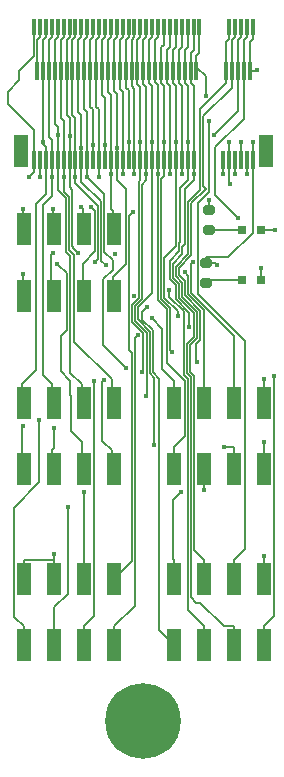
<source format=gbr>
%TF.GenerationSoftware,KiCad,Pcbnew,7.0.5*%
%TF.CreationDate,2023-08-28T16:34:51-05:00*%
%TF.ProjectId,Chimera_0003_Hydra,4368696d-6572-4615-9f30-3030335f4879,rev?*%
%TF.SameCoordinates,Original*%
%TF.FileFunction,Copper,L1,Top*%
%TF.FilePolarity,Positive*%
%FSLAX46Y46*%
G04 Gerber Fmt 4.6, Leading zero omitted, Abs format (unit mm)*
G04 Created by KiCad (PCBNEW 7.0.5) date 2023-08-28 16:34:51*
%MOMM*%
%LPD*%
G01*
G04 APERTURE LIST*
G04 Aperture macros list*
%AMRoundRect*
0 Rectangle with rounded corners*
0 $1 Rounding radius*
0 $2 $3 $4 $5 $6 $7 $8 $9 X,Y pos of 4 corners*
0 Add a 4 corners polygon primitive as box body*
4,1,4,$2,$3,$4,$5,$6,$7,$8,$9,$2,$3,0*
0 Add four circle primitives for the rounded corners*
1,1,$1+$1,$2,$3*
1,1,$1+$1,$4,$5*
1,1,$1+$1,$6,$7*
1,1,$1+$1,$8,$9*
0 Add four rect primitives between the rounded corners*
20,1,$1+$1,$2,$3,$4,$5,0*
20,1,$1+$1,$4,$5,$6,$7,0*
20,1,$1+$1,$6,$7,$8,$9,0*
20,1,$1+$1,$8,$9,$2,$3,0*%
G04 Aperture macros list end*
%TA.AperFunction,SMDPad,CuDef*%
%ADD10R,1.270003X2.800000*%
%TD*%
%TA.AperFunction,SMDPad,CuDef*%
%ADD11R,0.350000X1.450000*%
%TD*%
%TA.AperFunction,SMDPad,CuDef*%
%ADD12R,1.300000X2.800000*%
%TD*%
%TA.AperFunction,SMDPad,CuDef*%
%ADD13R,0.300000X1.550013*%
%TD*%
%TA.AperFunction,SMDPad,CuDef*%
%ADD14R,0.300000X1.524003*%
%TD*%
%TA.AperFunction,SMDPad,CuDef*%
%ADD15RoundRect,0.200000X-0.275000X0.200000X-0.275000X-0.200000X0.275000X-0.200000X0.275000X0.200000X0*%
%TD*%
%TA.AperFunction,SMDPad,CuDef*%
%ADD16R,0.800000X0.800000*%
%TD*%
%TA.AperFunction,ComponentPad*%
%ADD17C,3.600000*%
%TD*%
%TA.AperFunction,ConnectorPad*%
%ADD18C,6.400000*%
%TD*%
%TA.AperFunction,ViaPad*%
%ADD19C,0.450000*%
%TD*%
%TA.AperFunction,Conductor*%
%ADD20C,0.127000*%
%TD*%
G04 APERTURE END LIST*
D10*
%TO.P,X3,6,6*%
%TO.N,Net-(CN1-1-Pad67)*%
X107480011Y-122999796D03*
%TO.P,X3,5,5*%
%TO.N,Net-(CN1-20-Pad29)*%
X107480011Y-128600000D03*
%TO.P,X3,4,4*%
%TO.N,Net-(CN1-1-Pad69)*%
X104940005Y-122999796D03*
%TO.P,X3,3,3*%
%TO.N,Net-(CN1-20-Pad27)*%
X104940005Y-128600000D03*
%TO.P,X3,2,2*%
%TO.N,Net-(CN1-1-Pad71)*%
X102400000Y-122999796D03*
%TO.P,X3,1,1*%
%TO.N,Net-(CN1-20-Pad25)*%
X102400000Y-128600000D03*
%TO.P,X3,7,7*%
%TO.N,Net-(CN1-20-Pad31)*%
X110020016Y-128600000D03*
%TO.P,X3,8,8*%
%TO.N,Net-(CN1-1-Pad66)*%
X110020016Y-123005892D03*
%TD*%
%TO.P,X2,6,6*%
%TO.N,20*%
X120170003Y-137899898D03*
%TO.P,X2,5,5*%
%TO.N,Net-(CN1-20-Pad21)*%
X120170003Y-143500102D03*
%TO.P,X2,4,4*%
%TO.N,10*%
X117629997Y-137899898D03*
%TO.P,X2,3,3*%
%TO.N,Net-(CN1-1-Pad11)*%
X117629997Y-143500102D03*
%TO.P,X2,2,2*%
%TO.N,8*%
X115089992Y-137899898D03*
%TO.P,X2,1,1*%
%TO.N,Net-(CN1-1-Pad9)*%
X115089992Y-143500102D03*
%TO.P,X2,7,7*%
%TO.N,Net-(CN1-20-Pad23)*%
X122710008Y-143500102D03*
%TO.P,X2,8,8*%
%TO.N,Net-(CN1-1-Pad73)*%
X122710008Y-137905994D03*
%TD*%
D11*
%TO.P,U2,1,1*%
%TO.N,GND*%
X103250000Y-91175000D03*
%TO.P,U2,3,1*%
%TO.N,Net-(CN1-1-Pad74)*%
X103750000Y-91175000D03*
%TO.P,U2,5,1*%
%TO.N,Net-(CN1-1-Pad71)*%
X104250000Y-91175000D03*
%TO.P,U2,7,1*%
%TO.N,Net-(CN1-1-Pad69)*%
X104750000Y-91175000D03*
%TO.P,U2,9,1*%
%TO.N,Net-(CN1-1-Pad67)*%
X105250000Y-91175000D03*
%TO.P,U2,11,1*%
%TO.N,Net-(CN1-1-Pad66)*%
X105750000Y-91175000D03*
%TO.P,U2,13,13*%
%TO.N,Net-(CN1-20-Pad63)*%
X106250000Y-91175000D03*
%TO.P,U2,15,15*%
%TO.N,Net-(CN1-20-Pad61)*%
X106750000Y-91175000D03*
%TO.P,U2,17,17*%
%TO.N,Net-(CN1-20-Pad59)*%
X107250000Y-91175000D03*
%TO.P,U2,19,19*%
%TO.N,Net-(CN1-20-Pad57)*%
X107750000Y-91175000D03*
%TO.P,U2,21,20*%
%TO.N,Net-(CN1-20-Pad55)*%
X108250000Y-91175000D03*
%TO.P,U2,23,20*%
%TO.N,Net-(CN1-20-Pad53)*%
X108750000Y-91175000D03*
%TO.P,U2,25,20*%
%TO.N,Net-(CN1-20-Pad51)*%
X109250000Y-91175000D03*
%TO.P,U2,27,20*%
%TO.N,Net-(CN1-20-Pad49)*%
X109750000Y-91175000D03*
%TO.P,U2,29,20*%
%TO.N,Net-(CN1-20-Pad47)*%
X110250000Y-91175000D03*
%TO.P,U2,31,20*%
%TO.N,Net-(CN1-20-Pad45)*%
X110750000Y-91175000D03*
%TO.P,U2,33,20*%
%TO.N,Net-(CN1-20-Pad43)*%
X111250000Y-91175000D03*
%TO.P,U2,35,20*%
%TO.N,Net-(CN1-20-Pad41)*%
X111750000Y-91175000D03*
%TO.P,U2,37,20*%
%TO.N,Net-(CN1-20-Pad39)*%
X112250000Y-91175000D03*
%TO.P,U2,39,20*%
%TO.N,Net-(CN1-20-Pad37)*%
X112750000Y-91175000D03*
%TO.P,U2,41,20*%
%TO.N,Net-(CN1-20-Pad35)*%
X113250000Y-91175000D03*
%TO.P,U2,43,20*%
%TO.N,Net-(CN1-20-Pad33)*%
X113750000Y-91175000D03*
%TO.P,U2,45,20*%
%TO.N,Net-(CN1-20-Pad31)*%
X114250000Y-91175000D03*
%TO.P,U2,47,20*%
%TO.N,Net-(CN1-20-Pad29)*%
X114750000Y-91175000D03*
%TO.P,U2,49,20*%
%TO.N,Net-(CN1-20-Pad27)*%
X115250000Y-91175000D03*
%TO.P,U2,51,20*%
%TO.N,Net-(CN1-20-Pad25)*%
X115750000Y-91175000D03*
%TO.P,U2,53,20*%
%TO.N,Net-(CN1-20-Pad23)*%
X116250000Y-91175000D03*
%TO.P,U2,55,20*%
%TO.N,Net-(CN1-20-Pad21)*%
X116750000Y-91175000D03*
%TO.P,U2,57,20*%
%TO.N,20*%
X117250000Y-91175000D03*
%TO.P,U2,67,1*%
%TO.N,10*%
X119750000Y-91175000D03*
%TO.P,U2,69,1*%
%TO.N,8*%
X120250000Y-91175000D03*
%TO.P,U2,71,1*%
%TO.N,6*%
X120750000Y-91175000D03*
%TO.P,U2,73,1*%
%TO.N,4*%
X121250000Y-91175000D03*
%TO.P,U2,75,1*%
%TO.N,GND*%
X121750000Y-91175000D03*
%TD*%
D12*
%TO.P,CN1,77*%
%TO.N,N/C*%
X122849913Y-101675111D03*
%TO.P,CN1,76*%
X102149887Y-101675111D03*
D13*
%TO.P,CN1,1,1*%
%TO.N,+3V3*%
X121749836Y-102400029D03*
%TO.P,CN1,2,1*%
%TO.N,GND*%
X121499900Y-94850117D03*
%TO.P,CN1,3,1*%
%TO.N,+5V*%
X121249964Y-102400029D03*
%TO.P,CN1,4,1*%
%TO.N,4*%
X120999773Y-94850117D03*
%TO.P,CN1,5,1*%
%TO.N,Net-(CN1-1-Pad5)*%
X120749836Y-102400029D03*
%TO.P,CN1,6,1*%
%TO.N,6*%
X120499900Y-94850117D03*
%TO.P,CN1,7,1*%
%TO.N,Net-(CN1-1-Pad7)*%
X120249964Y-102400029D03*
%TO.P,CN1,8,1*%
%TO.N,8*%
X119999773Y-94850117D03*
%TO.P,CN1,9,1*%
%TO.N,Net-(CN1-1-Pad9)*%
X119749836Y-102400029D03*
%TO.P,CN1,10,1*%
%TO.N,10*%
X119499900Y-94850117D03*
%TO.P,CN1,11,1*%
%TO.N,Net-(CN1-1-Pad11)*%
X119249964Y-102400029D03*
%TO.P,CN1,20,20*%
%TO.N,20*%
X116999773Y-94850117D03*
%TO.P,CN1,21,20*%
%TO.N,Net-(CN1-20-Pad21)*%
X116749836Y-102400029D03*
%TO.P,CN1,22,20*%
X116499900Y-94850117D03*
%TO.P,CN1,23,20*%
%TO.N,Net-(CN1-20-Pad23)*%
X116249964Y-102400029D03*
%TO.P,CN1,24,20*%
X115999773Y-94850117D03*
%TO.P,CN1,25,20*%
%TO.N,Net-(CN1-20-Pad25)*%
X115749836Y-102400029D03*
%TO.P,CN1,26,20*%
X115499900Y-94850117D03*
%TO.P,CN1,27,20*%
%TO.N,Net-(CN1-20-Pad27)*%
X115249964Y-102400029D03*
%TO.P,CN1,28,20*%
X114999773Y-94850117D03*
%TO.P,CN1,29,20*%
%TO.N,Net-(CN1-20-Pad29)*%
X114749836Y-102400029D03*
%TO.P,CN1,30,20*%
X114499900Y-94850117D03*
%TO.P,CN1,31,20*%
%TO.N,Net-(CN1-20-Pad31)*%
X114249964Y-102400029D03*
%TO.P,CN1,32,20*%
X113999773Y-94850117D03*
%TO.P,CN1,33,20*%
%TO.N,Net-(CN1-20-Pad33)*%
X113749836Y-102400029D03*
%TO.P,CN1,34,20*%
X113499900Y-94850117D03*
%TO.P,CN1,35,20*%
%TO.N,Net-(CN1-20-Pad35)*%
X113249964Y-102400029D03*
%TO.P,CN1,36,20*%
X112999773Y-94850117D03*
%TO.P,CN1,37,20*%
%TO.N,Net-(CN1-20-Pad37)*%
X112749836Y-102400029D03*
%TO.P,CN1,38,20*%
X112499900Y-94850117D03*
%TO.P,CN1,39,20*%
%TO.N,Net-(CN1-20-Pad39)*%
X112249964Y-102400029D03*
%TO.P,CN1,40,20*%
X111999773Y-94850117D03*
%TO.P,CN1,41,20*%
%TO.N,Net-(CN1-20-Pad41)*%
X111749836Y-102400029D03*
%TO.P,CN1,42,20*%
X111499900Y-94850371D03*
%TO.P,CN1,43,20*%
%TO.N,Net-(CN1-20-Pad43)*%
X111249964Y-102400029D03*
%TO.P,CN1,44,20*%
X110999773Y-94850371D03*
%TO.P,CN1,45,20*%
%TO.N,Net-(CN1-20-Pad45)*%
X110749836Y-102400029D03*
%TO.P,CN1,46,20*%
X110499900Y-94850371D03*
%TO.P,CN1,47,20*%
%TO.N,Net-(CN1-20-Pad47)*%
X110249964Y-102400029D03*
%TO.P,CN1,48,20*%
X109999773Y-94850371D03*
%TO.P,CN1,49,20*%
%TO.N,Net-(CN1-20-Pad49)*%
X109749836Y-102400029D03*
%TO.P,CN1,50,20*%
X109499900Y-94850371D03*
%TO.P,CN1,51,20*%
%TO.N,Net-(CN1-20-Pad51)*%
X109249964Y-102400029D03*
%TO.P,CN1,52,20*%
X108999773Y-94850371D03*
%TO.P,CN1,53,20*%
%TO.N,Net-(CN1-20-Pad53)*%
X108749836Y-102400029D03*
%TO.P,CN1,54,20*%
X108499900Y-94850371D03*
%TO.P,CN1,55,20*%
%TO.N,Net-(CN1-20-Pad55)*%
X108249964Y-102400029D03*
%TO.P,CN1,56,20*%
X107999773Y-94850371D03*
%TO.P,CN1,57,20*%
%TO.N,Net-(CN1-20-Pad57)*%
X107749836Y-102400029D03*
%TO.P,CN1,58,20*%
X107499900Y-94850371D03*
%TO.P,CN1,67,1*%
%TO.N,Net-(CN1-1-Pad67)*%
X105249964Y-102400029D03*
%TO.P,CN1,68,1*%
X104999773Y-94850371D03*
%TO.P,CN1,69,1*%
%TO.N,Net-(CN1-1-Pad69)*%
X104749836Y-102400029D03*
%TO.P,CN1,70,1*%
X104499900Y-94850371D03*
%TO.P,CN1,71,1*%
%TO.N,Net-(CN1-1-Pad71)*%
X104249964Y-102400029D03*
%TO.P,CN1,72,1*%
X103999773Y-94850371D03*
%TO.P,CN1,73,1*%
%TO.N,Net-(CN1-1-Pad73)*%
X103749836Y-102400029D03*
%TO.P,CN1,74,1*%
%TO.N,Net-(CN1-1-Pad74)*%
X103499900Y-94850371D03*
%TO.P,CN1,75,1*%
%TO.N,GND*%
X103249964Y-102400029D03*
D14*
%TO.P,CN1,65,20*%
%TO.N,Net-(CN1-1-Pad66)*%
X105749836Y-102400283D03*
%TO.P,CN1,63,20*%
%TO.N,Net-(CN1-20-Pad63)*%
X106249964Y-102400283D03*
%TO.P,CN1,61,20*%
%TO.N,Net-(CN1-20-Pad61)*%
X106749836Y-102400283D03*
%TO.P,CN1,59,20*%
%TO.N,Net-(CN1-20-Pad59)*%
X107249964Y-102400283D03*
%TO.P,CN1,66,1*%
%TO.N,Net-(CN1-1-Pad66)*%
X105499900Y-94850371D03*
%TO.P,CN1,64,20*%
%TO.N,Net-(CN1-20-Pad63)*%
X105999773Y-94850371D03*
%TO.P,CN1,62,20*%
%TO.N,Net-(CN1-20-Pad61)*%
X106499900Y-94850371D03*
%TO.P,CN1,60,20*%
%TO.N,Net-(CN1-20-Pad59)*%
X106999773Y-94850371D03*
%TD*%
D15*
%TO.P,R1,1*%
%TO.N,+3V3*%
X117772500Y-111175000D03*
%TO.P,R1,2*%
%TO.N,Net-(LED2-+)*%
X117772500Y-112825000D03*
%TD*%
%TO.P,R2,1*%
%TO.N,+5V*%
X118022500Y-106675000D03*
%TO.P,R2,2*%
%TO.N,Net-(LED1-+)*%
X118022500Y-108325000D03*
%TD*%
D10*
%TO.P,X4,6,6*%
%TO.N,Net-(CN1-20-Pad59)*%
X120180011Y-122999796D03*
%TO.P,X4,5,5*%
%TO.N,Net-(CN1-20-Pad37)*%
X120180011Y-128600000D03*
%TO.P,X4,4,4*%
%TO.N,Net-(CN1-20-Pad61)*%
X117640005Y-122999796D03*
%TO.P,X4,3,3*%
%TO.N,Net-(CN1-20-Pad35)*%
X117640005Y-128600000D03*
%TO.P,X4,2,2*%
%TO.N,Net-(CN1-20-Pad63)*%
X115100000Y-122999796D03*
%TO.P,X4,1,1*%
%TO.N,Net-(CN1-20-Pad33)*%
X115100000Y-128600000D03*
%TO.P,X4,7,7*%
%TO.N,Net-(CN1-20-Pad39)*%
X122720016Y-128600000D03*
%TO.P,X4,8,8*%
%TO.N,Net-(CN1-20-Pad57)*%
X122720016Y-123005892D03*
%TD*%
%TO.P,X5,6,6*%
%TO.N,Net-(CN1-20-Pad51)*%
X107480011Y-108299796D03*
%TO.P,X5,5,5*%
%TO.N,Net-(CN1-20-Pad45)*%
X107480011Y-113900000D03*
%TO.P,X5,4,4*%
%TO.N,Net-(CN1-20-Pad53)*%
X104940005Y-108299796D03*
%TO.P,X5,3,3*%
%TO.N,Net-(CN1-20-Pad43)*%
X104940005Y-113900000D03*
%TO.P,X5,2,2*%
%TO.N,Net-(CN1-20-Pad55)*%
X102400000Y-108299796D03*
%TO.P,X5,1,1*%
%TO.N,Net-(CN1-20-Pad41)*%
X102400000Y-113900000D03*
%TO.P,X5,7,7*%
%TO.N,Net-(CN1-20-Pad47)*%
X110020016Y-113900000D03*
%TO.P,X5,8,8*%
%TO.N,Net-(CN1-20-Pad49)*%
X110020016Y-108305892D03*
%TD*%
D16*
%TO.P,LED1,2,+*%
%TO.N,Net-(LED1-+)*%
X120872533Y-108325029D03*
%TO.P,LED1,1,-*%
%TO.N,GND*%
X122471467Y-108318171D03*
%TD*%
D17*
%TO.P,H2,1*%
%TO.N,N/C*%
X112500000Y-149900000D03*
D18*
X112500000Y-149900000D03*
%TD*%
D10*
%TO.P,X1,6,6*%
%TO.N,4*%
X107460003Y-137899798D03*
%TO.P,X1,5,5*%
%TO.N,Net-(CN1-1-Pad5)*%
X107460003Y-143500002D03*
%TO.P,X1,4,4*%
%TO.N,GND*%
X104919997Y-137899798D03*
%TO.P,X1,3,3*%
%TO.N,+5V*%
X104919997Y-143500002D03*
%TO.P,X1,2,2*%
%TO.N,GND*%
X102379992Y-137899798D03*
%TO.P,X1,1,1*%
%TO.N,+3V3*%
X102379992Y-143500002D03*
%TO.P,X1,7,7*%
%TO.N,Net-(CN1-1-Pad7)*%
X110000008Y-143500002D03*
%TO.P,X1,8,8*%
%TO.N,6*%
X110000008Y-137905894D03*
%TD*%
D16*
%TO.P,LED2,2,+*%
%TO.N,Net-(LED2-+)*%
X120872533Y-112575029D03*
%TO.P,LED2,1,-*%
%TO.N,GND*%
X122471467Y-112568171D03*
%TD*%
D19*
%TO.N,Net-(CN1-1-Pad11)*%
X119250000Y-103650000D03*
X114700000Y-113400000D03*
%TO.N,Net-(CN1-20-Pad21)*%
X116750000Y-103650000D03*
%TO.N,Net-(CN1-20-Pad23)*%
X116400000Y-116600000D03*
X116250000Y-100900000D03*
X123588400Y-120749500D03*
%TO.N,Net-(CN1-20-Pad25)*%
X102270100Y-124978900D03*
X115750000Y-103650000D03*
%TO.N,Net-(CN1-20-Pad27)*%
X104906000Y-125100000D03*
X115400000Y-115600000D03*
X115250000Y-100900000D03*
%TO.N,Net-(CN1-1-Pad66)*%
X105750000Y-103900000D03*
%TO.N,Net-(CN1-20-Pad33)*%
X113750000Y-103650000D03*
%TO.N,Net-(CN1-20-Pad35)*%
X117600000Y-130400000D03*
X113250000Y-100900000D03*
X113430900Y-126585300D03*
%TO.N,Net-(CN1-20-Pad37)*%
X119298800Y-126707700D03*
X112750000Y-103650000D03*
X112745900Y-122410100D03*
%TO.N,Net-(CN1-1-Pad5)*%
X108347000Y-121100000D03*
X120750000Y-100900000D03*
%TO.N,Net-(CN1-20-Pad39)*%
X122710000Y-126274200D03*
X112250000Y-100900000D03*
X112388500Y-120368500D03*
%TO.N,Net-(CN1-1-Pad69)*%
X104750000Y-103900000D03*
%TO.N,Net-(CN1-1-Pad71)*%
X104000000Y-100900000D03*
%TO.N,Net-(CN1-1-Pad73)*%
X122710000Y-135958400D03*
X103750000Y-103900000D03*
%TO.N,Net-(CN1-20-Pad41)*%
X111750000Y-103650000D03*
X102280000Y-112115300D03*
%TO.N,+3V3*%
X121750000Y-100900000D03*
X118700000Y-111300000D03*
X103700000Y-124400000D03*
%TO.N,Net-(CN1-20-Pad43)*%
X111250000Y-100900000D03*
X104820000Y-110300000D03*
%TO.N,Net-(CN1-20-Pad45)*%
X110750000Y-103650000D03*
X108080200Y-106420600D03*
%TO.N,Net-(CN1-20-Pad47)*%
X110250000Y-101400000D03*
%TO.N,Net-(CN1-20-Pad49)*%
X109750000Y-103650000D03*
%TO.N,Net-(CN1-20-Pad51)*%
X109250000Y-101150000D03*
X107200000Y-106400000D03*
%TO.N,Net-(CN1-20-Pad53)*%
X108750000Y-103900000D03*
X104820000Y-106605500D03*
%TO.N,Net-(CN1-20-Pad55)*%
X102280000Y-106598700D03*
X108250000Y-101150000D03*
%TO.N,Net-(CN1-20-Pad57)*%
X107750000Y-103900000D03*
X111000000Y-120000000D03*
X122710000Y-121009100D03*
%TO.N,Net-(CN1-20-Pad59)*%
X116684900Y-111100000D03*
X109300000Y-111300000D03*
X107250000Y-101400000D03*
%TO.N,Net-(CN1-20-Pad61)*%
X108400000Y-111100000D03*
X115990000Y-111900000D03*
X106750000Y-103900000D03*
%TO.N,Net-(CN1-1-Pad67)*%
X105250000Y-100339000D03*
%TO.N,Net-(CN1-1-Pad7)*%
X120250000Y-103650000D03*
X112031100Y-117247000D03*
%TO.N,Net-(CN1-20-Pad63)*%
X113200000Y-115800000D03*
X106250000Y-100400000D03*
X107002300Y-110313700D03*
%TO.N,Net-(CN1-1-Pad9)*%
X119802500Y-104500000D03*
X112800000Y-114900000D03*
X119750000Y-100900000D03*
%TO.N,GND*%
X104900000Y-135800000D03*
X122500000Y-111600000D03*
X102800000Y-103900000D03*
X122100000Y-94800000D03*
X123622000Y-108325000D03*
%TO.N,+5V*%
X118022000Y-105825000D03*
X111700000Y-113900000D03*
X106100000Y-131800000D03*
X121250000Y-103650000D03*
X110100000Y-110400000D03*
%TO.N,Net-(CN1-20-Pad29)*%
X114750000Y-103650000D03*
X105199500Y-111206400D03*
%TO.N,Net-(CN1-20-Pad31)*%
X109160550Y-121060550D03*
X114944800Y-118700000D03*
X114250000Y-100900000D03*
%TO.N,4*%
X107460000Y-130500000D03*
X120500000Y-107300000D03*
%TO.N,6*%
X111582100Y-106869100D03*
X118500000Y-100300100D03*
%TO.N,8*%
X117026400Y-119546100D03*
X115700000Y-130500000D03*
%TO.N,20*%
X117780300Y-97004200D03*
X118026200Y-99117800D03*
%TD*%
D20*
%TO.N,Net-(CN1-20-Pad63)*%
X115090000Y-121107500D02*
X115090000Y-122699900D01*
X114111700Y-120129200D02*
X115090000Y-121107500D01*
X113200000Y-115800000D02*
X114111700Y-116711700D01*
X114111700Y-116711700D02*
X114111700Y-120129200D01*
%TO.N,Net-(CN1-1-Pad9)*%
X119750000Y-104447500D02*
X119750000Y-102320900D01*
X119802500Y-104500000D02*
X119750000Y-104447500D01*
%TO.N,Net-(CN1-20-Pad59)*%
X107250000Y-104250000D02*
X107250000Y-101400000D01*
X108940515Y-110940515D02*
X108940515Y-105940515D01*
X109300000Y-111300000D02*
X108940515Y-110940515D01*
X108940515Y-105940515D02*
X107250000Y-104250000D01*
%TO.N,Net-(CN1-20-Pad57)*%
X109194515Y-105344515D02*
X107750000Y-103900000D01*
X109194515Y-110203680D02*
X109194515Y-105344515D01*
X109072600Y-112527400D02*
X109900000Y-111700000D01*
X109900000Y-111700000D02*
X109900000Y-110909165D01*
X109900000Y-110909165D02*
X109194515Y-110203680D01*
X109072600Y-118072600D02*
X109072600Y-112527400D01*
X111000000Y-120000000D02*
X109072600Y-118072600D01*
%TO.N,Net-(CN1-20-Pad51)*%
X107360000Y-108299800D02*
X107360000Y-106560000D01*
X107360000Y-106560000D02*
X107200000Y-106400000D01*
%TO.N,Net-(CN1-20-Pad61)*%
X108686515Y-110813485D02*
X108400000Y-111100000D01*
X108686515Y-106286515D02*
X108686515Y-110813485D01*
X106750000Y-104350000D02*
X108686515Y-106286515D01*
X106750000Y-103900000D02*
X106750000Y-104350000D01*
%TO.N,Net-(CN1-20-Pad59)*%
X120170000Y-117304700D02*
X120170000Y-122699900D01*
X116554200Y-111230700D02*
X116554200Y-113688900D01*
X116684900Y-111100000D02*
X116554200Y-111230700D01*
X116554200Y-113688900D02*
X120170000Y-117304700D01*
%TO.N,8*%
X117000000Y-119519700D02*
X117026400Y-119546100D01*
X117000000Y-118000000D02*
X117000000Y-119519700D01*
X117325500Y-117674500D02*
X117000000Y-118000000D01*
X117325500Y-115184000D02*
X117325500Y-117674500D01*
X116040900Y-113899400D02*
X117325500Y-115184000D01*
X116040900Y-112709400D02*
X116040900Y-113899400D01*
X115529605Y-112198105D02*
X116040900Y-112709400D01*
X115529605Y-111529605D02*
X115529605Y-112198105D01*
X117772200Y-104845600D02*
X116554200Y-106063600D01*
X117562700Y-98734000D02*
X117562700Y-104636100D01*
X116554200Y-106063600D02*
X116554200Y-110505010D01*
X119999800Y-96296900D02*
X117562700Y-98734000D01*
X117562700Y-104636100D02*
X117772200Y-104845600D01*
X119999800Y-93563800D02*
X119999800Y-96296900D01*
X120000000Y-93563600D02*
X119999800Y-93563800D01*
X116554200Y-110505010D02*
X115529605Y-111529605D01*
%TO.N,Net-(CN1-1-Pad11)*%
X114700000Y-113400000D02*
X114700000Y-114006100D01*
X115900000Y-115206100D02*
X115900000Y-120642300D01*
X116247700Y-120990000D02*
X116247700Y-140525400D01*
X116247700Y-140525400D02*
X117630000Y-141907700D01*
X115900000Y-120642300D02*
X116247700Y-120990000D01*
X114700000Y-114006100D02*
X115900000Y-115206100D01*
X117630000Y-141907700D02*
X117630000Y-143500100D01*
X119250000Y-103650000D02*
X119250000Y-102400000D01*
%TO.N,Net-(CN1-20-Pad21)*%
X115000000Y-111200000D02*
X115000000Y-112392300D01*
X116749800Y-102229200D02*
X116749800Y-102400000D01*
X116817500Y-117382500D02*
X116200000Y-118000000D01*
X116750000Y-102229000D02*
X116749800Y-102229200D01*
X116750000Y-102229000D02*
X116750000Y-103650000D01*
X116750000Y-103650000D02*
X116750000Y-104150000D01*
X116500000Y-94650000D02*
X116500000Y-95899900D01*
X116750000Y-93150000D02*
X116500000Y-93400100D01*
X116750000Y-91175000D02*
X116750000Y-93150000D01*
X119321700Y-141907700D02*
X120170000Y-141907700D01*
X115529100Y-112921400D02*
X115529100Y-114111400D01*
X116500000Y-95899900D02*
X116750000Y-96150000D01*
X115800000Y-110400000D02*
X115000000Y-111200000D01*
X117000000Y-139900000D02*
X117314000Y-139900000D01*
X116200000Y-118000000D02*
X116200000Y-120474500D01*
X116042400Y-104857600D02*
X116042400Y-109557600D01*
X120170000Y-141907700D02*
X120170000Y-143500100D01*
X116500000Y-93400100D02*
X116500000Y-94650000D01*
X116200000Y-120474500D02*
X116503600Y-120778100D01*
X115800000Y-109800000D02*
X115800000Y-110400000D01*
X116750000Y-96150000D02*
X116750000Y-102229000D01*
X116503600Y-139403600D02*
X117000000Y-139900000D01*
X116503600Y-120778100D02*
X116503600Y-139403600D01*
X116500000Y-94650000D02*
X116499900Y-94650100D01*
X116499900Y-94650100D02*
X116499900Y-94850100D01*
X116817500Y-115399800D02*
X116817500Y-117382500D01*
X116042400Y-109557600D02*
X115800000Y-109800000D01*
X117314000Y-139900000D02*
X119321700Y-141907700D01*
X115529100Y-114111400D02*
X116817500Y-115399800D01*
X115000000Y-112392300D02*
X115529100Y-112921400D01*
X116750000Y-104150000D02*
X116042400Y-104857600D01*
%TO.N,Net-(CN1-20-Pad23)*%
X115273200Y-114217400D02*
X115273200Y-113027400D01*
X116250000Y-92900000D02*
X116000000Y-93150200D01*
X116400000Y-116600000D02*
X116400000Y-115344200D01*
X116250000Y-104150000D02*
X116250000Y-100900000D01*
X116250000Y-96150000D02*
X116250000Y-100900000D01*
X116000000Y-94525000D02*
X115999800Y-94525200D01*
X115600000Y-104800000D02*
X116250000Y-104150000D01*
X115600000Y-109400000D02*
X115600000Y-104800000D01*
X116000000Y-94525000D02*
X116000000Y-95899800D01*
X115546000Y-109454000D02*
X115600000Y-109400000D01*
X114746000Y-112500200D02*
X114746000Y-110954000D01*
X122710000Y-141907700D02*
X123588400Y-141029300D01*
X115546000Y-110154000D02*
X115546000Y-109454000D01*
X114746000Y-110954000D02*
X115546000Y-110154000D01*
X123588400Y-141029300D02*
X123588400Y-120749500D01*
X116400000Y-115344200D02*
X115273200Y-114217400D01*
X116000000Y-93150200D02*
X116000000Y-94525000D01*
X115273200Y-113027400D02*
X114746000Y-112500200D01*
X115999800Y-94525200D02*
X115999800Y-94850100D01*
X116250000Y-91175000D02*
X116250000Y-92900000D01*
X122710000Y-143500100D02*
X122710000Y-141907700D01*
X116000000Y-95899800D02*
X116250000Y-96150000D01*
%TO.N,Net-(CN1-20-Pad25)*%
X102190000Y-125059000D02*
X102270100Y-124978900D01*
X115750000Y-102229000D02*
X115749800Y-102229200D01*
X102190000Y-128600100D02*
X102190000Y-125059000D01*
X115499900Y-94512600D02*
X115499900Y-94850100D01*
X115500000Y-94512500D02*
X115500000Y-95874900D01*
X115500000Y-94512500D02*
X115499900Y-94512600D01*
X115750000Y-102229000D02*
X115750000Y-103650000D01*
X115750000Y-92900000D02*
X115500000Y-93150100D01*
X115500000Y-95874900D02*
X115750000Y-96124900D01*
X115500000Y-93150100D02*
X115500000Y-94512500D01*
X115750000Y-96124900D02*
X115750000Y-102229000D01*
X115749800Y-102229200D02*
X115749800Y-102400000D01*
X115750000Y-91175000D02*
X115750000Y-92900000D01*
%TO.N,Net-(CN1-20-Pad27)*%
X114999800Y-94525200D02*
X114999800Y-94850100D01*
X115400000Y-115233700D02*
X114258000Y-114091700D01*
X115250000Y-96150000D02*
X115000000Y-95899800D01*
X115000000Y-95899800D02*
X115000000Y-94525000D01*
X115000000Y-94525000D02*
X115000000Y-93150200D01*
X104906000Y-126831700D02*
X104730000Y-127007700D01*
X104730000Y-127007700D02*
X104730000Y-128600100D01*
X114258000Y-114091700D02*
X114258000Y-110739700D01*
X115400000Y-115600000D02*
X115400000Y-115233700D01*
X104906000Y-125100000D02*
X104906000Y-126831700D01*
X115000000Y-93150200D02*
X115250000Y-92900000D01*
X114258000Y-110739700D02*
X115250000Y-109747700D01*
X115250000Y-109747700D02*
X115250000Y-100900000D01*
X115000000Y-94525000D02*
X114999800Y-94525200D01*
X115250000Y-100900000D02*
X115250000Y-96150000D01*
X115250000Y-92900000D02*
X115250000Y-91175000D01*
%TO.N,Net-(CN1-1-Pad66)*%
X106186700Y-110088535D02*
X106600000Y-110501835D01*
X106600000Y-117800000D02*
X109810000Y-121010000D01*
X105750000Y-92027000D02*
X105500000Y-92277100D01*
X105749800Y-102104200D02*
X105749800Y-102400300D01*
X106186700Y-105548400D02*
X106186700Y-110088535D01*
X105750000Y-102104000D02*
X105749800Y-102104200D01*
X106600000Y-110501835D02*
X106600000Y-117800000D01*
X105499900Y-95588400D02*
X105499900Y-94850400D01*
X105500000Y-95588500D02*
X105500000Y-98900000D01*
X105500000Y-98900000D02*
X105750000Y-99149900D01*
X105750000Y-99149900D02*
X105750000Y-102104000D01*
X105750000Y-105111700D02*
X106186700Y-105548400D01*
X105750000Y-91175000D02*
X105750000Y-92027000D01*
X105500000Y-92277100D02*
X105500000Y-95588500D01*
X105750000Y-103900000D02*
X105750000Y-105111700D01*
X105500000Y-95588500D02*
X105499900Y-95588400D01*
X109810000Y-121010000D02*
X109810000Y-123006000D01*
X105750000Y-102104000D02*
X105750000Y-103900000D01*
%TO.N,Net-(CN1-20-Pad33)*%
X115090000Y-126707700D02*
X115993700Y-125804000D01*
X113750000Y-91175000D02*
X113750000Y-92027000D01*
X113750000Y-96100100D02*
X113750000Y-102229000D01*
X113749800Y-102229200D02*
X113749800Y-102400000D01*
X115090000Y-128300100D02*
X115090000Y-126707700D01*
X115993700Y-121117300D02*
X114471100Y-119594700D01*
X113499900Y-94063600D02*
X113499900Y-94850100D01*
X113750000Y-92027000D02*
X113500000Y-92277100D01*
X113500000Y-94063500D02*
X113500000Y-95850000D01*
X113500000Y-94063500D02*
X113499900Y-94063600D01*
X114471100Y-115028700D02*
X113750000Y-114307600D01*
X113750000Y-102229000D02*
X113749800Y-102229200D01*
X113750000Y-114307600D02*
X113750000Y-103650000D01*
X113750000Y-102229000D02*
X113750000Y-103650000D01*
X114471100Y-119594700D02*
X114471100Y-115028700D01*
X113500000Y-92277100D02*
X113500000Y-94063500D01*
X113500000Y-95850000D02*
X113750000Y-96100100D01*
X115993700Y-125804000D02*
X115993700Y-121117300D01*
%TO.N,Net-(CN1-20-Pad35)*%
X113000000Y-92277200D02*
X113000000Y-94101100D01*
X113250000Y-113658855D02*
X113250000Y-100900000D01*
X117600000Y-130400000D02*
X117630000Y-130370000D01*
X117630000Y-130370000D02*
X117630000Y-128300100D01*
X112008000Y-115915045D02*
X112008000Y-114900855D01*
X112999800Y-94101300D02*
X112999800Y-94850100D01*
X113060000Y-116967045D02*
X112008000Y-115915045D01*
X113250000Y-92027000D02*
X113000000Y-92277200D01*
X113000000Y-95925000D02*
X113250000Y-96175200D01*
X113060000Y-120499200D02*
X113060000Y-116967045D01*
X113250000Y-91175000D02*
X113250000Y-92027000D01*
X113250000Y-96175200D02*
X113250000Y-100900000D01*
X113430900Y-120870100D02*
X113060000Y-120499200D01*
X113430900Y-126585300D02*
X113430900Y-120870100D01*
X113000000Y-94101100D02*
X112999800Y-94101300D01*
X113000000Y-94101100D02*
X113000000Y-95925000D01*
X112008000Y-114900855D02*
X113250000Y-113658855D01*
%TO.N,Net-(CN1-20-Pad37)*%
X112806000Y-117072255D02*
X112806000Y-122350000D01*
X112500000Y-92277100D02*
X112500000Y-94138500D01*
X111754000Y-116020255D02*
X112806000Y-117072255D01*
X112750000Y-103650000D02*
X112750000Y-104150000D01*
X112750000Y-102229000D02*
X112749800Y-102229200D01*
X112750000Y-104150000D02*
X112371500Y-104528500D01*
X112371500Y-104528500D02*
X112371500Y-114178145D01*
X111754000Y-114795645D02*
X111754000Y-116020255D01*
X112499900Y-94138600D02*
X112499900Y-94850100D01*
X112750000Y-96249900D02*
X112750000Y-102229000D01*
X112500000Y-94138500D02*
X112499900Y-94138600D01*
X112749800Y-102229200D02*
X112749800Y-102400000D01*
X112371500Y-114178145D02*
X111754000Y-114795645D01*
X112750000Y-91175000D02*
X112750000Y-92027000D01*
X120170000Y-126707700D02*
X119298800Y-126707700D01*
X112806000Y-122350000D02*
X112745900Y-122410100D01*
X112500000Y-94138500D02*
X112500000Y-95999900D01*
X112750000Y-102229000D02*
X112750000Y-103650000D01*
X112500000Y-95999900D02*
X112750000Y-96249900D01*
X120170000Y-128300100D02*
X120170000Y-126707700D01*
X112750000Y-92027000D02*
X112500000Y-92277100D01*
%TO.N,Net-(CN1-1-Pad5)*%
X120750000Y-100900000D02*
X120750000Y-102320900D01*
X107460000Y-141907600D02*
X107460000Y-143500000D01*
X108347000Y-141020600D02*
X107460000Y-141907600D01*
X108347000Y-121100000D02*
X108347000Y-141020600D01*
X120750000Y-102320900D02*
X120749800Y-102321100D01*
X120749800Y-102321100D02*
X120749800Y-102400000D01*
%TO.N,Net-(CN1-20-Pad39)*%
X112250000Y-104150000D02*
X112117500Y-104282500D01*
X111500000Y-116125465D02*
X112448600Y-117074065D01*
X112000000Y-92277200D02*
X112000000Y-94143300D01*
X111500000Y-114690435D02*
X111500000Y-116125465D01*
X112250000Y-100900000D02*
X112250000Y-104150000D01*
X112250000Y-92027000D02*
X112000000Y-92277200D01*
X112250000Y-91175000D02*
X112250000Y-92027000D01*
X112448600Y-120308400D02*
X112388500Y-120368500D01*
X112000000Y-94143300D02*
X112000000Y-96009400D01*
X112000000Y-94143300D02*
X111999800Y-94143500D01*
X122710000Y-128300100D02*
X122710000Y-126274200D01*
X112250000Y-96259600D02*
X112250000Y-100900000D01*
X112000000Y-96009400D02*
X112250000Y-96259600D01*
X112117500Y-104282500D02*
X112117500Y-114072935D01*
X112117500Y-114072935D02*
X111500000Y-114690435D01*
X112448600Y-117074065D02*
X112448600Y-120308400D01*
X111999800Y-94143500D02*
X111999800Y-94850100D01*
%TO.N,Net-(CN1-1-Pad69)*%
X103992600Y-120670100D02*
X103992600Y-106246400D01*
X104749800Y-102299700D02*
X104749800Y-102400000D01*
X104499900Y-96362900D02*
X104499900Y-94850400D01*
X104500000Y-92277100D02*
X104500000Y-96363000D01*
X104750000Y-91175000D02*
X104750000Y-92027000D01*
X104500000Y-96363000D02*
X104499900Y-96362900D01*
X104750000Y-102299500D02*
X104750000Y-103900000D01*
X103992600Y-106246400D02*
X104750000Y-105489000D01*
X104750000Y-100699000D02*
X104750000Y-102299500D01*
X104750000Y-92027000D02*
X104500000Y-92277100D01*
X104750000Y-105489000D02*
X104750000Y-103900000D01*
X104500000Y-100449000D02*
X104750000Y-100699000D01*
X104730000Y-122999900D02*
X104730000Y-121407500D01*
X104730000Y-121407500D02*
X103992600Y-120670100D01*
X104750000Y-102299500D02*
X104749800Y-102299700D01*
X104500000Y-96363000D02*
X104500000Y-100449000D01*
%TO.N,Net-(CN1-1-Pad71)*%
X104250000Y-91175000D02*
X104250000Y-92027000D01*
X102190000Y-122999900D02*
X102190000Y-121407500D01*
X103404400Y-106146700D02*
X104250000Y-105301100D01*
X104000000Y-92277200D02*
X104000000Y-94590200D01*
X104250000Y-101357000D02*
X104250000Y-102400000D01*
X104000000Y-94590200D02*
X103999800Y-94590400D01*
X103999800Y-94590400D02*
X103999800Y-94850400D01*
X104000000Y-94590200D02*
X104000000Y-100900000D01*
X102190000Y-121407500D02*
X103404400Y-120193100D01*
X103404400Y-120193100D02*
X103404400Y-106146700D01*
X104250000Y-92027000D02*
X104000000Y-92277200D01*
X104250000Y-105301100D02*
X104250000Y-102400000D01*
X104000000Y-100900000D02*
X104000000Y-101107000D01*
X104000000Y-101107000D02*
X104250000Y-101357000D01*
%TO.N,Net-(CN1-1-Pad73)*%
X103750000Y-103150000D02*
X103750000Y-102400000D01*
X103750000Y-103900000D02*
X103750000Y-103150000D01*
X103750000Y-103150000D02*
X103749800Y-103149800D01*
X103749800Y-103149800D02*
X103749800Y-102400000D01*
X122710000Y-137906000D02*
X122710000Y-135958400D01*
%TO.N,Net-(CN1-20-Pad41)*%
X111750000Y-102229000D02*
X111750000Y-96400000D01*
X102280000Y-112307600D02*
X102280000Y-112115300D01*
X111750000Y-102229000D02*
X111749800Y-102229200D01*
X111500000Y-94213600D02*
X111499900Y-94213700D01*
X111750000Y-96400000D02*
X111500000Y-96150100D01*
X111500000Y-94213600D02*
X111500000Y-92277100D01*
X111750000Y-92027000D02*
X111750000Y-91175000D01*
X111750000Y-103650000D02*
X111750000Y-102229000D01*
X111749800Y-102229200D02*
X111749800Y-102400000D01*
X111500000Y-96150100D02*
X111500000Y-94213600D01*
X111500000Y-92277100D02*
X111750000Y-92027000D01*
X111499900Y-94213700D02*
X111499900Y-94850400D01*
X102280000Y-113900000D02*
X102280000Y-112307600D01*
%TO.N,+3V3*%
X117772000Y-110650000D02*
X119708900Y-110650000D01*
X117772000Y-110825000D02*
X117772500Y-110825500D01*
X102380000Y-141907600D02*
X102380000Y-143500000D01*
X101552600Y-141080200D02*
X102380000Y-141907600D01*
X119708900Y-110650000D02*
X121750000Y-108608900D01*
X121750000Y-100900000D02*
X121750000Y-102320900D01*
X118575000Y-111175000D02*
X118700000Y-111300000D01*
X101552600Y-131863401D02*
X101552600Y-141080200D01*
X117772500Y-111175000D02*
X118575000Y-111175000D01*
X117772000Y-110650000D02*
X117772000Y-110825000D01*
X121750000Y-102320900D02*
X121750000Y-104150000D01*
X121749800Y-102321100D02*
X121749800Y-102400000D01*
X117772000Y-110825000D02*
X117772000Y-111175000D01*
X103700000Y-129716001D02*
X101552600Y-131863401D01*
X121750000Y-108608900D02*
X121750000Y-104150000D01*
X103700000Y-124400000D02*
X103700000Y-129716001D01*
X121750000Y-102320900D02*
X121749800Y-102321100D01*
X117772500Y-110825500D02*
X117772500Y-111175000D01*
%TO.N,Net-(CN1-20-Pad43)*%
X111250000Y-92027000D02*
X111000000Y-92277200D01*
X111000000Y-92277200D02*
X111000000Y-94284100D01*
X111000000Y-94284100D02*
X110999800Y-94284300D01*
X111250000Y-91175000D02*
X111250000Y-92027000D01*
X111000000Y-96291000D02*
X111250000Y-96541200D01*
X104700000Y-110420000D02*
X104700000Y-113780000D01*
X110999800Y-94284300D02*
X110999800Y-94850400D01*
X111000000Y-94284100D02*
X111000000Y-96291000D01*
X111250000Y-100900000D02*
X111250000Y-102400000D01*
X104700000Y-113780000D02*
X104820000Y-113900000D01*
X104820000Y-110300000D02*
X104700000Y-110420000D01*
X111250000Y-96541200D02*
X111250000Y-100900000D01*
%TO.N,Net-(CN1-20-Pad45)*%
X110500000Y-96431600D02*
X110750000Y-96681600D01*
X110750000Y-102479000D02*
X110750000Y-103650000D01*
X110750000Y-91175000D02*
X110750000Y-92027000D01*
X110500000Y-94354300D02*
X110499900Y-94354400D01*
X110500000Y-94354300D02*
X110500000Y-96431600D01*
X110750000Y-102479000D02*
X110749800Y-102478800D01*
X110499900Y-94354400D02*
X110499900Y-94850400D01*
X108400000Y-106740400D02*
X108080200Y-106420600D01*
X110750000Y-92027000D02*
X110500000Y-92277100D01*
X110500000Y-92277100D02*
X110500000Y-94354300D01*
X110750000Y-96681600D02*
X110750000Y-102479000D01*
X110749800Y-102478800D02*
X110749800Y-102400000D01*
X107360000Y-111205800D02*
X108400000Y-110165800D01*
X107360000Y-113900000D02*
X107360000Y-111205800D01*
X108400000Y-110165800D02*
X108400000Y-106740400D01*
%TO.N,Net-(CN1-20-Pad47)*%
X109999800Y-94425100D02*
X109999800Y-94850400D01*
X110250000Y-91175000D02*
X110250000Y-92027000D01*
X110250000Y-92027000D02*
X110000000Y-92277200D01*
X110250000Y-104150000D02*
X111000000Y-104900000D01*
X110250000Y-96822800D02*
X110250000Y-101400000D01*
X110000000Y-92277200D02*
X110000000Y-94424900D01*
X110250000Y-101400000D02*
X110250000Y-104150000D01*
X110000000Y-94424900D02*
X109999800Y-94425100D01*
X110000000Y-96572600D02*
X110250000Y-96822800D01*
X110000000Y-94424900D02*
X110000000Y-96572600D01*
X111000000Y-111207600D02*
X109900000Y-112307600D01*
X111000000Y-104900000D02*
X111000000Y-111207600D01*
X109900000Y-112307600D02*
X109900000Y-113900000D01*
%TO.N,Net-(CN1-20-Pad49)*%
X109500000Y-94463600D02*
X109499900Y-94463700D01*
X109746000Y-102396000D02*
X109749800Y-102399800D01*
X109500000Y-92277100D02*
X109500000Y-94463600D01*
X109749800Y-102399800D02*
X109749800Y-102400000D01*
X109750000Y-102400000D02*
X109750000Y-103650000D01*
X109750000Y-106563500D02*
X109900000Y-106713500D01*
X109900000Y-108305900D02*
X109900000Y-106713500D01*
X109750000Y-91175000D02*
X109750000Y-92027000D01*
X109746000Y-96895900D02*
X109746000Y-102396000D01*
X109750000Y-92027000D02*
X109500000Y-92277100D01*
X109500000Y-94463600D02*
X109500000Y-96650100D01*
X109499900Y-94463700D02*
X109499900Y-94850400D01*
X109500000Y-96650100D02*
X109746000Y-96895900D01*
X109750000Y-103650000D02*
X109750000Y-106563500D01*
X109749800Y-102399800D02*
X109750000Y-102400000D01*
%TO.N,Net-(CN1-20-Pad51)*%
X109250000Y-97150000D02*
X109250000Y-101150000D01*
X109000000Y-96900000D02*
X109250000Y-97150000D01*
X108999800Y-94588800D02*
X108999800Y-94850400D01*
X109000000Y-94588600D02*
X109000000Y-96900000D01*
X109250000Y-101150000D02*
X109250000Y-102400000D01*
X109000000Y-92277200D02*
X109000000Y-94588600D01*
X109000000Y-94588600D02*
X108999800Y-94588800D01*
X109250000Y-92027000D02*
X109000000Y-92277200D01*
X109250000Y-91175000D02*
X109250000Y-92027000D01*
%TO.N,Net-(CN1-20-Pad53)*%
X108500000Y-95088600D02*
X108499900Y-95088500D01*
X108750000Y-102479000D02*
X108750000Y-98150000D01*
X108750000Y-103900000D02*
X108750000Y-102479000D01*
X108499900Y-95088500D02*
X108499900Y-94850400D01*
X108750000Y-98150000D02*
X108500000Y-97900100D01*
X108750000Y-92027000D02*
X108750000Y-91175000D01*
X108500000Y-95088600D02*
X108500000Y-92277100D01*
X108750000Y-102479000D02*
X108749800Y-102478800D01*
X104820000Y-108299800D02*
X104820000Y-106707400D01*
X108500000Y-92277100D02*
X108750000Y-92027000D01*
X108749800Y-102478800D02*
X108749800Y-102400000D01*
X104820000Y-106707400D02*
X104820000Y-106605500D01*
X108500000Y-97900100D02*
X108500000Y-95088600D01*
%TO.N,Net-(CN1-20-Pad55)*%
X102280000Y-108299800D02*
X102280000Y-106707400D01*
X108250000Y-98150000D02*
X108000000Y-97899800D01*
X108000000Y-97899800D02*
X108000000Y-95088500D01*
X108250000Y-101150000D02*
X108250000Y-102400000D01*
X108000000Y-92277200D02*
X108250000Y-92027000D01*
X108250000Y-92027000D02*
X108250000Y-91175000D01*
X108250000Y-101150000D02*
X108250000Y-98150000D01*
X108000000Y-95088500D02*
X108000000Y-92277200D01*
X108000000Y-95088500D02*
X107999800Y-95088300D01*
X102280000Y-106707400D02*
X102280000Y-106598700D01*
X107999800Y-95088300D02*
X107999800Y-94850400D01*
%TO.N,Net-(CN1-20-Pad57)*%
X107500000Y-95213500D02*
X107500000Y-92277100D01*
X107750000Y-102400000D02*
X107749800Y-102399800D01*
X107500000Y-92277100D02*
X107750000Y-92027000D01*
X107750000Y-103900000D02*
X107750000Y-102400000D01*
X107749800Y-102399800D02*
X107749800Y-102400000D01*
X107499900Y-95213400D02*
X107499900Y-94850400D01*
X107500000Y-98150000D02*
X107500000Y-95213500D01*
X107746000Y-98395800D02*
X107500000Y-98150000D01*
X107750000Y-92027000D02*
X107750000Y-91175000D01*
X107749800Y-102399800D02*
X107746000Y-102396000D01*
X122710000Y-122706000D02*
X122710000Y-121009100D01*
X107500000Y-95213500D02*
X107499900Y-95213400D01*
X107746000Y-102396000D02*
X107746000Y-98395800D01*
%TO.N,Net-(CN1-20-Pad59)*%
X107000000Y-95338600D02*
X106999800Y-95338400D01*
X107000000Y-92277200D02*
X107250000Y-92027000D01*
X107250000Y-92027000D02*
X107250000Y-91175000D01*
X107000000Y-98400000D02*
X107000000Y-95338600D01*
X106999800Y-95338400D02*
X106999800Y-94850400D01*
X107250000Y-98650000D02*
X107000000Y-98400000D01*
X107250000Y-101400000D02*
X107250000Y-98650000D01*
X107000000Y-95338600D02*
X107000000Y-92277200D01*
%TO.N,Net-(CN1-20-Pad61)*%
X117630000Y-115126600D02*
X117630000Y-122699900D01*
X106500000Y-95463500D02*
X106500000Y-92277100D01*
X106500000Y-95463500D02*
X106499900Y-95463400D01*
X106500000Y-98650000D02*
X106500000Y-95463500D01*
X116296800Y-112206800D02*
X116296800Y-113793400D01*
X106750000Y-92027000D02*
X106750000Y-91175000D01*
X106750000Y-102604000D02*
X106749800Y-102603800D01*
X115990000Y-111900000D02*
X116296800Y-112206800D01*
X106750000Y-98899900D02*
X106500000Y-98650000D01*
X106750000Y-103900000D02*
X106750000Y-102604000D01*
X106749800Y-102603800D02*
X106749800Y-102400300D01*
X106500000Y-92277100D02*
X106750000Y-92027000D01*
X106499900Y-95463400D02*
X106499900Y-94850400D01*
X106750000Y-102604000D02*
X106750000Y-98899900D01*
X116296800Y-113793400D02*
X117630000Y-115126600D01*
%TO.N,Net-(CN1-1-Pad67)*%
X105930800Y-110191845D02*
X106300000Y-110561045D01*
X105000000Y-95838600D02*
X105000000Y-99400000D01*
X106300000Y-120437500D02*
X107270000Y-121407500D01*
X105930800Y-105654500D02*
X105930800Y-110191845D01*
X105000000Y-92277200D02*
X105000000Y-95838600D01*
X107270000Y-121407500D02*
X107270000Y-122999900D01*
X105250000Y-92027000D02*
X105000000Y-92277200D01*
X105250000Y-91175000D02*
X105250000Y-92027000D01*
X105000000Y-95838600D02*
X104999800Y-95838400D01*
X105250000Y-100339000D02*
X105250000Y-104973700D01*
X105250000Y-99650000D02*
X105250000Y-100339000D01*
X105000000Y-99400000D02*
X105250000Y-99650000D01*
X105250000Y-104973700D02*
X105930800Y-105654500D01*
X104999800Y-95838400D02*
X104999800Y-94850400D01*
X106300000Y-110561045D02*
X106300000Y-120437500D01*
%TO.N,Net-(CN1-1-Pad7)*%
X111754000Y-140153600D02*
X111754000Y-117524100D01*
X120249964Y-103649964D02*
X120250000Y-103650000D01*
X110000000Y-141907600D02*
X111754000Y-140153600D01*
X120249964Y-102400029D02*
X120249964Y-103649964D01*
X110000000Y-143500000D02*
X110000000Y-141907600D01*
X111754000Y-117524100D02*
X112031100Y-117247000D01*
%TO.N,Net-(CN1-20-Pad63)*%
X106000000Y-92277200D02*
X106000000Y-95463500D01*
X105999800Y-95463300D02*
X105999800Y-94850400D01*
X106532600Y-109844000D02*
X107002300Y-110313700D01*
X106442600Y-104942600D02*
X106442600Y-109671900D01*
X106250000Y-100400000D02*
X106250000Y-104750000D01*
X106250000Y-91175000D02*
X106250000Y-92027000D01*
X106000000Y-95463500D02*
X105999800Y-95463300D01*
X106250000Y-92027000D02*
X106000000Y-92277200D01*
X106442600Y-109671900D02*
X106532600Y-109761900D01*
X106000000Y-95463500D02*
X106000000Y-98649800D01*
X106250000Y-104750000D02*
X106442600Y-104942600D01*
X106532600Y-109761900D02*
X106532600Y-109844000D01*
X106000000Y-98649800D02*
X106250000Y-98900000D01*
X106250000Y-98900000D02*
X106250000Y-100400000D01*
%TO.N,Net-(CN1-1-Pad74)*%
X103500000Y-94215000D02*
X103500000Y-94850300D01*
X103750000Y-91175000D02*
X103750000Y-92027000D01*
X103500000Y-94215000D02*
X103499900Y-94215100D01*
X103499900Y-94215100D02*
X103499900Y-94850400D01*
X103500000Y-92277100D02*
X103500000Y-94215000D01*
X103750000Y-92027000D02*
X103500000Y-92277100D01*
%TO.N,Net-(CN1-1-Pad9)*%
X112400000Y-115300000D02*
X112400000Y-115947835D01*
X113848400Y-120928390D02*
X113848400Y-142258500D01*
X119750000Y-100900000D02*
X119750000Y-102320900D01*
X113848400Y-142258500D02*
X115090000Y-143500100D01*
X112400000Y-115947835D02*
X113314000Y-116861835D01*
X119749800Y-102321100D02*
X119749800Y-102400000D01*
X112800000Y-114900000D02*
X112400000Y-115300000D01*
X113314000Y-116861835D02*
X113314000Y-120393990D01*
X113314000Y-120393990D02*
X113848400Y-120928390D01*
X119750000Y-102320900D02*
X119749800Y-102321100D01*
%TO.N,GND*%
X101000000Y-96650000D02*
X101000000Y-97650000D01*
X121499900Y-93818500D02*
X121499900Y-94850100D01*
X121500000Y-93818400D02*
X121499900Y-93818500D01*
X104920000Y-136307400D02*
X104920000Y-135820000D01*
X121500000Y-94850100D02*
X122050000Y-94850100D01*
X121750000Y-91175000D02*
X121750000Y-92150000D01*
X123616000Y-108318000D02*
X123622000Y-108325000D01*
X102380000Y-137899800D02*
X102380000Y-136307400D01*
X102000000Y-95650000D02*
X101000000Y-96650000D01*
X121750000Y-92150000D02*
X121500000Y-92400100D01*
X102380000Y-136307400D02*
X104920000Y-136307400D01*
X103250000Y-99900000D02*
X103250000Y-102400000D01*
X122471467Y-111628533D02*
X122500000Y-111600000D01*
X102000000Y-94900000D02*
X102000000Y-95650000D01*
X103246000Y-93654100D02*
X102000000Y-94900000D01*
X103250000Y-102400000D02*
X103250000Y-103450000D01*
X104920000Y-137899800D02*
X104920000Y-136307400D01*
X122471700Y-108318000D02*
X123616000Y-108318000D01*
X121500000Y-92400100D02*
X121500000Y-93818400D01*
X103250000Y-91175000D02*
X103246000Y-91179100D01*
X103250000Y-103450000D02*
X102800000Y-103900000D01*
X104920000Y-135820000D02*
X104900000Y-135800000D01*
X103246000Y-91179100D02*
X103246000Y-93654100D01*
X121500000Y-93818400D02*
X121500000Y-94850100D01*
X122050000Y-94850100D02*
X122100000Y-94800000D01*
X101000000Y-97650000D02*
X103250000Y-99900000D01*
X122471467Y-112568171D02*
X122471467Y-111628533D01*
%TO.N,Net-(LED1-+)*%
X120872000Y-108325000D02*
X118022500Y-108325000D01*
X120872000Y-108325000D02*
X120872500Y-108325000D01*
%TO.N,+5V*%
X118022500Y-106250500D02*
X118022500Y-106675000D01*
X121249964Y-102400029D02*
X121249964Y-103649964D01*
X118022000Y-106250000D02*
X118022000Y-105825000D01*
X118022000Y-106250000D02*
X118022500Y-106250500D01*
X104919997Y-140315799D02*
X104919997Y-143500002D01*
X106100000Y-131800000D02*
X106100000Y-139135796D01*
X106100000Y-139135796D02*
X104919997Y-140315799D01*
X118022000Y-106675000D02*
X118022000Y-106250000D01*
X121249964Y-103649964D02*
X121250000Y-103650000D01*
%TO.N,Net-(LED2-+)*%
X120872500Y-112575000D02*
X120872000Y-112575000D01*
X117772500Y-112824500D02*
X118022000Y-112575000D01*
X118022000Y-112575000D02*
X120872000Y-112575000D01*
%TO.N,Net-(CN1-20-Pad29)*%
X114746000Y-102396000D02*
X114746000Y-96145800D01*
X106400000Y-125414100D02*
X106400000Y-122400000D01*
X114749800Y-102399800D02*
X114749800Y-102400000D01*
X114750000Y-103650000D02*
X114750000Y-102400000D01*
X114746000Y-96145800D02*
X114500000Y-95899900D01*
X114500000Y-95899900D02*
X114500000Y-94525000D01*
X106300000Y-122300000D02*
X106300000Y-121100000D01*
X107270000Y-126284100D02*
X106400000Y-125414100D01*
X114500000Y-94525000D02*
X114500000Y-93150100D01*
X105500000Y-120300000D02*
X105500000Y-117300000D01*
X114499900Y-94525100D02*
X114499900Y-94850100D01*
X106000000Y-116800000D02*
X106000000Y-112006900D01*
X106400000Y-122400000D02*
X106300000Y-122300000D01*
X106000000Y-112006900D02*
X105199500Y-111206400D01*
X107270000Y-128600100D02*
X107270000Y-126284100D01*
X114750000Y-92900000D02*
X114750000Y-91175000D01*
X114750000Y-102400000D02*
X114749800Y-102399800D01*
X114500000Y-94525000D02*
X114499900Y-94525100D01*
X105500000Y-117300000D02*
X106000000Y-116800000D01*
X106300000Y-121100000D02*
X105500000Y-120300000D01*
X114500000Y-93150100D02*
X114750000Y-92900000D01*
X114749800Y-102399800D02*
X114746000Y-102396000D01*
%TO.N,Net-(CN1-20-Pad31)*%
X114250000Y-96150000D02*
X114000000Y-95899800D01*
X114000000Y-95899800D02*
X114000000Y-94400000D01*
X114768900Y-118524100D02*
X114768900Y-114964500D01*
X113999800Y-94400200D02*
X113999800Y-94850100D01*
X114000000Y-94400000D02*
X113999800Y-94400200D01*
X114004000Y-114199600D02*
X114004000Y-104057145D01*
X108982500Y-126180200D02*
X109810000Y-127007700D01*
X114944800Y-118700000D02*
X114768900Y-118524100D01*
X114004000Y-104057145D02*
X114250000Y-103811145D01*
X114768900Y-114964500D02*
X114004000Y-114199600D01*
X114250000Y-103811145D02*
X114250000Y-100900000D01*
X109810000Y-127007700D02*
X109810000Y-128600100D01*
X114250000Y-92650000D02*
X114250000Y-91175000D01*
X114000000Y-94400000D02*
X114000000Y-92900200D01*
X109160550Y-121060550D02*
X108982500Y-121238600D01*
X114000000Y-92900200D02*
X114250000Y-92650000D01*
X114250000Y-100900000D02*
X114250000Y-96150000D01*
X108982500Y-121238600D02*
X108982500Y-126180200D01*
%TO.N,4*%
X121250000Y-91175000D02*
X121250000Y-92027000D01*
X121000000Y-92277200D02*
X121000000Y-93563600D01*
X118600000Y-101345500D02*
X120999800Y-98945700D01*
X120999800Y-98945700D02*
X120999800Y-93563800D01*
X120999800Y-93563800D02*
X121000000Y-93563600D01*
X121000000Y-93563600D02*
X121000000Y-94850100D01*
X107460000Y-137899800D02*
X107460000Y-130500000D01*
X120500000Y-107300000D02*
X118600000Y-105400000D01*
X118600000Y-105400000D02*
X118600000Y-101345500D01*
X121250000Y-92027000D02*
X121000000Y-92277200D01*
%TO.N,6*%
X111300000Y-113709565D02*
X111246000Y-113763565D01*
X120500000Y-93563600D02*
X120500000Y-94850100D01*
X120750000Y-91175000D02*
X120750000Y-92027000D01*
X111246000Y-113763565D02*
X111246000Y-118502400D01*
X120500000Y-92277100D02*
X120500000Y-93563600D01*
X118500000Y-100300100D02*
X120499900Y-98300200D01*
X111246000Y-118502400D02*
X111500000Y-118756400D01*
X120750000Y-92027000D02*
X120500000Y-92277100D01*
X120499900Y-93563700D02*
X120500000Y-93563600D01*
X111500000Y-136405900D02*
X110000000Y-137905900D01*
X111582100Y-106869100D02*
X111300000Y-107151200D01*
X111300000Y-107151200D02*
X111300000Y-113709565D01*
X120499900Y-98300200D02*
X120499900Y-93563700D01*
X111500000Y-118756400D02*
X111500000Y-136405900D01*
%TO.N,8*%
X114988100Y-131211900D02*
X114988100Y-136205600D01*
X120000000Y-93563600D02*
X120000000Y-94850100D01*
X114988100Y-136205600D02*
X115090000Y-136307500D01*
X115700000Y-130500000D02*
X114988100Y-131211900D01*
X120000000Y-92277200D02*
X120000000Y-93563600D01*
X115090000Y-136307500D02*
X115090000Y-137899900D01*
X120250000Y-91175000D02*
X120250000Y-92027000D01*
X120250000Y-92027000D02*
X120000000Y-92277200D01*
%TO.N,10*%
X116454000Y-120345600D02*
X116802600Y-120694200D01*
X116298300Y-110401700D02*
X115254000Y-111446000D01*
X117071500Y-117487710D02*
X116454000Y-118105210D01*
X116298300Y-110300000D02*
X116298300Y-105957600D01*
X119500000Y-95874935D02*
X119500000Y-94161800D01*
X117630000Y-136307500D02*
X117630000Y-137899900D01*
X119500000Y-94161800D02*
X119500000Y-94850100D01*
X115254000Y-112284400D02*
X115785000Y-112815400D01*
X116802600Y-135480100D02*
X117630000Y-136307500D01*
X116298300Y-110260910D02*
X116298300Y-110401700D01*
X119500000Y-92400100D02*
X119500000Y-94161800D01*
X116802600Y-120694200D02*
X116802600Y-135480100D01*
X117071500Y-115291900D02*
X117071500Y-117487710D01*
X117300000Y-104955900D02*
X117300000Y-98074935D01*
X115785000Y-114005400D02*
X117071500Y-115291900D01*
X119750000Y-91175000D02*
X119750000Y-92150000D01*
X115254000Y-111446000D02*
X115254000Y-112284400D01*
X117300000Y-98074935D02*
X119500000Y-95874935D01*
X115785000Y-112815400D02*
X115785000Y-114005400D01*
X116454000Y-118105210D02*
X116454000Y-120345600D01*
X119750000Y-92150000D02*
X119500000Y-92400100D01*
X116298300Y-105957600D02*
X117300000Y-104955900D01*
%TO.N,20*%
X117000000Y-94550100D02*
X117000000Y-94850100D01*
X117000000Y-94550100D02*
X117780300Y-95330400D01*
X117780300Y-95330400D02*
X117780300Y-97004200D01*
X116999800Y-94250300D02*
X116999800Y-94850100D01*
X117250000Y-91175000D02*
X117250000Y-93400000D01*
X117000000Y-93650200D02*
X117000000Y-94250100D01*
X117099900Y-113739900D02*
X121100000Y-117740000D01*
X117000000Y-94250100D02*
X116999800Y-94250300D01*
X117250000Y-93400000D02*
X117000000Y-93650200D01*
X121100000Y-135377500D02*
X120170000Y-136307500D01*
X121100000Y-117740000D02*
X121100000Y-135377500D01*
X118026200Y-99117800D02*
X118026200Y-105133200D01*
X118026200Y-105133200D02*
X117099900Y-106059500D01*
X117000000Y-94250100D02*
X117000000Y-94550100D01*
X117099900Y-106059500D02*
X117099900Y-113739900D01*
X120170000Y-136307500D02*
X120170000Y-137899900D01*
%TD*%
M02*

</source>
